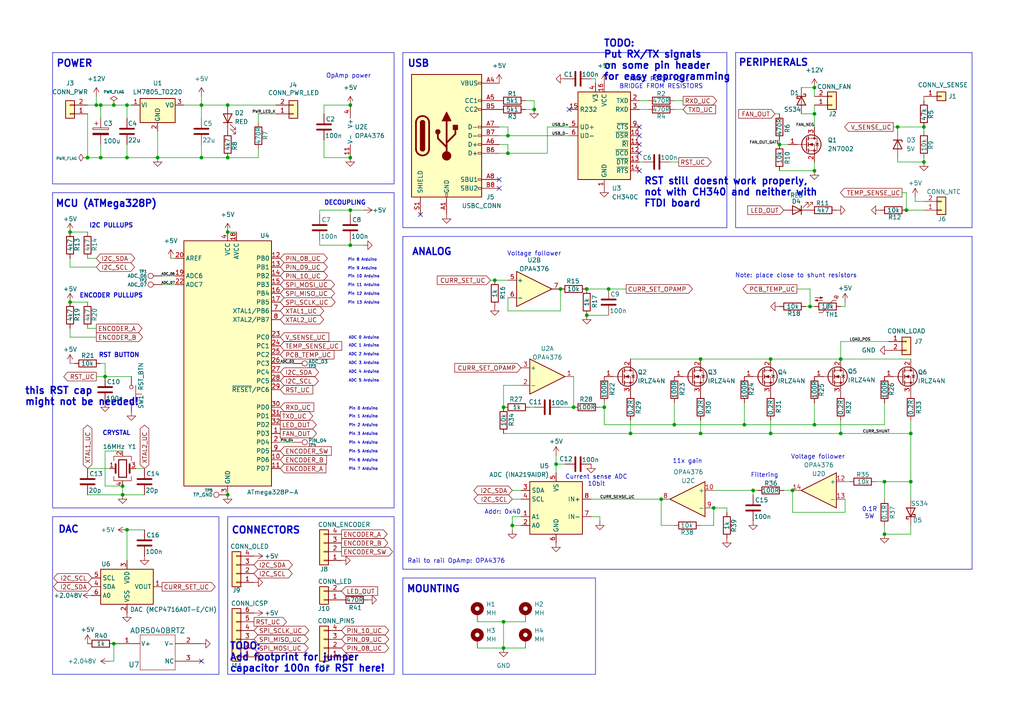
<source format=kicad_sch>
(kicad_sch (version 20250114) (generator "eeschema") (generator_version "9.0")
  (paper "A4")
  (title_block (title "DC Programmable Load") (date "2024-04-29") (rev "v2.0") (company "Aleksa Heler") (comment 1 "aleksaheler@gmail.com"))
  (rectangle (start 116.84 15.24) (end 210.82 66.04))
  (rectangle (start 15.24 55.88) (end 114.3 147.32))
  (rectangle (start 116.84 167.64) (end 172.72 195.58))
  (rectangle (start 116.84 68.58) (end 281.94 165.1))
  (rectangle (start 213.36 15.24) (end 281.94 66.04))
  (rectangle (start 15.24 15.24) (end 114.3 53.34))
  (rectangle (start 15.24 149.86) (end 63.5 195.58))
  (rectangle (start 66.04 149.86) (end 114.3 195.58))
  (text "DAC" (at 16.764 153.67 0) (effects (font (size 2 2) (thickness 0.4) (bold yes)) (justify left)))
  (text "Pin 12 Arduino" (at 100.838 85.344 0) (effects (font (size 0.8 0.8)) (justify left)))
  (text "ANALOG" (at 119.38 73.152 0) (effects (font (size 2 2) (thickness 0.4) (bold yes)) (justify left)))
  (text "Pin 10 Arduino" (at 100.838 80.264 0) (effects (font (size 0.8 0.8)) (justify left)))
  (text "ENCODER PULLUPS" (at 32.258 85.852 0) (effects (font (size 1.27 1.27) (thickness 0.254) (bold yes))))
  (text "POWER" (at 16.256 18.542 0) (effects (font (size 2 2) (thickness 0.4) (bold yes)) (justify left)))
  (text "Rail to rail OpAmp: OPA4376" (at 132.334 162.814 0) (effects (font (size 1.27 1.27))))
  (text "Pin 0 Arduino" (at 101.092 118.618 0) (effects (font (size 0.8 0.8)) (justify left)))
  (text "OpAmp power" (at 101.092 22.098 0) (effects (font (size 1.27 1.27))))
  (text "Pin 8 Arduino" (at 100.838 75.438 0) (effects (font (size 0.8 0.8)) (justify left)))
  (text "DECOUPLING" (at 100.076 58.928 0) (effects (font (size 1.27 1.27) (thickness 0.254) (bold yes))))
  (text "RST still doesnt work properly,\nnot with CH340 and neither with\nFTDI board" (at 186.69 55.88 0) (effects (font (size 2 2) (thickness 0.4) (bold yes)) (justify left)))
  (text "I2C PULLUPS" (at 32.258 65.532 0) (effects (font (size 1.27 1.27) (thickness 0.254) (bold yes))))
  (text "Pin 2 Arduino" (at 101.092 123.444 0) (effects (font (size 0.8 0.8)) (justify left)))
  (text "Voltage follower" (at 154.94 73.66 0) (effects (font (size 1.27 1.27))))
  (text "Pin 13 Arduino" (at 100.838 87.884 0) (effects (font (size 0.8 0.8)) (justify left)))
  (text "Current sense ADC\n10bit" (at 172.974 139.446 0) (effects (font (size 1.27 1.27))))
  (text "CRYSTAL" (at 33.782 125.73 0) (effects (font (size 1.27 1.27) (thickness 0.254) (bold yes))))
  (text "Pin 7 Arduino" (at 101.092 136.144 0) (effects (font (size 0.8 0.8)) (justify left)))
  (text "Pin 4 Arduino" (at 101.092 128.524 0) (effects (font (size 0.8 0.8)) (justify left)))
  (text "ADC 1 Arduino" (at 101.092 100.33 0) (effects (font (size 0.8 0.8)) (justify left)))
  (text "MAKE POKA-YOKE \nBRIDGE FROM RESISTORS" (at 191.77 24.13 0) (effects (font (size 1.27 1.27))))
  (text "USB" (at 118.11 18.542 0) (effects (font (size 2 2) (thickness 0.4) (bold yes)) (justify left)))
  (text "ADC 4 Arduino" (at 101.092 107.95 0) (effects (font (size 0.8 0.8)) (justify left)))
  (text "ADC 0 Arduino" (at 101.092 98.044 0) (effects (font (size 0.8 0.8)) (justify left)))
  (text "this RST cap \nmight not be needed!" (at 7.112 115.062 0) (effects (font (size 2 2) (thickness 0.4) (bold yes)) (justify left)))
  (text "CONNECTORS" (at 67.056 153.924 0) (effects (font (size 2 2) (thickness 0.4) (bold yes)) (justify left)))
  (text "PERIPHERALS" (at 214.122 18.288 0) (effects (font (size 2 2) (thickness 0.4) (bold yes)) (justify left)))
  (text "ADC 3 Arduino" (at 101.092 105.41 0) (effects (font (size 0.8 0.8)) (justify left)))
  (text "Pin 9 Arduino" (at 100.838 77.978 0) (effects (font (size 0.8 0.8)) (justify left)))
  (text "Addr: 0x40" (at 145.796 148.59 0) (effects (font (size 1.27 1.27))))
  (text "ADC 5 Arduino" (at 101.092 110.49 0) (effects (font (size 0.8 0.8)) (justify left)))
  (text "Filtering" (at 221.742 137.922 0) (effects (font (size 1.27 1.27))))
  (text "ADC 2 Arduino" (at 101.092 102.87 0) (effects (font (size 0.8 0.8)) (justify left)))
  (text "Voltage follower" (at 237.236 132.588 0) (effects (font (size 1.27 1.27))))
  (text "RST BUTTON" (at 34.544 103.124 0) (effects (font (size 1.27 1.27) (thickness 0.254) (bold yes))))
  (text "MOUNTING" (at 117.856 170.942 0) (effects (font (size 2 2) (thickness 0.4) (bold yes)) (justify left)))
  (text "0.1R\n5W" (at 252.222 148.844 0) (effects (font (size 1.27 1.27))))
  (text "TODO:\nPut RX/TX signals\non some pin header\nfor easy reprogramming" (at 175.006 17.526 0) (effects (font (size 2 2) (thickness 0.4) (bold yes)) (justify left)))
  (text "Pin 11 Arduino" (at 100.838 82.804 0) (effects (font (size 0.8 0.8)) (justify left)))
  (text "Note: place close to shunt resistors" (at 230.886 80.01 0) (effects (font (size 1.27 1.27))))
  (text "MCU (ATMega328P)" (at 16.002 59.182 0) (effects (font (size 2 2) (thickness 0.4) (bold yes)) (justify left)))
  (text "Pin 1 Arduino" (at 101.092 120.904 0) (effects (font (size 0.8 0.8)) (justify left)))
  (text "Pin 3 Arduino" (at 101.092 125.984 0) (effects (font (size 0.8 0.8)) (justify left)))
  (text "TODO:\nAdd footprint for jumper \ncapacitor 100n for RST here!" (at 66.548 190.754 0) (effects (font (size 2 2) (thickness 0.4) (bold yes)) (justify left)))
  (text "Pin 6 Arduino" (at 101.092 133.604 0) (effects (font (size 0.8 0.8)) (justify left)))
  (text "Pin 5 Arduino" (at 101.092 131.064 0) (effects (font (size 0.8 0.8)) (justify left)))
  (text "11x gain" (at 199.39 133.858 0) (effects (font (size 1.27 1.27))))
  (junction (at 36.83 153.67))
  (junction (at 101.6 60.96))
  (junction (at 58.42 30.48))
  (junction (at 236.22 25.4))
  (junction (at 175.26 118.11))
  (junction (at 260.35 36.83))
  (junction (at 148.59 152.4))
  (junction (at 101.6 71.12))
  (junction (at 203.2 104.14))
  (junction (at 35.56 143.51))
  (junction (at 166.37 118.11))
  (junction (at 154.94 31.75))
  (junction (at 146.05 180.34))
  (junction (at 147.32 44.45))
  (junction (at 262.89 60.96))
  (junction (at 256.54 154.94))
  (junction (at 243.84 125.73))
  (junction (at 143.51 81.28))
  (junction (at 267.97 36.83))
  (junction (at 29.21 30.48))
  (junction (at 236.22 123.19))
  (junction (at 195.58 123.19))
  (junction (at 66.04 67.31))
  (junction (at 30.48 109.22))
  (junction (at 170.18 91.44))
  (junction (at 207.01 147.32))
  (junction (at 101.6 30.48))
  (junction (at 236.22 33.02))
  (junction (at 215.9 123.19))
  (junction (at 170.18 83.82))
  (junction (at 203.2 125.73))
  (junction (at 45.72 45.72))
  (junction (at 218.44 142.24))
  (junction (at 267.97 46.99))
  (junction (at 147.32 39.37))
  (junction (at 182.88 125.73))
  (junction (at 36.83 45.72))
  (junction (at 33.02 30.48))
  (junction (at 146.05 187.96))
  (junction (at 66.04 45.72))
  (junction (at 20.32 67.31))
  (junction (at 36.83 30.48))
  (junction (at 66.04 143.51))
  (junction (at 264.16 139.7))
  (junction (at 223.52 104.14))
  (junction (at 256.54 139.7))
  (junction (at 101.6 45.72))
  (junction (at 66.04 30.48))
  (junction (at 35.56 140.97))
  (junction (at 25.4 45.72))
  (junction (at 236.22 49.53))
  (junction (at 33.02 186.69))
  (junction (at 226.06 41.91))
  (junction (at 223.52 125.73))
  (junction (at 58.42 45.72))
  (junction (at 161.29 134.62))
  (junction (at 162.56 83.82))
  (junction (at 229.87 142.24))
  (junction (at 146.05 118.11))
  (junction (at 264.16 125.73))
  (junction (at 29.21 45.72))
  (junction (at 27.94 30.48))
  (junction (at 243.84 104.14))
  (junction (at 191.77 144.78))
  (junction (at 176.53 83.82))
  (junction (at 20.32 87.63))
  (junction (at 234.95 88.9))
  (no_connect (at 58.42 191.77))
  (no_connect (at 121.92 62.23))
  (no_connect (at 185.42 36.83))
  (no_connect (at 165.1 31.75))
  (no_connect (at 185.42 41.91))
  (no_connect (at 144.78 54.61))
  (no_connect (at 144.78 52.07))
  (no_connect (at 185.42 49.53))
  (no_connect (at 185.42 39.37))
  (no_connect (at 185.42 44.45))
  (wire (pts (xy 148.59 153.67) (xy 148.59 152.4)))
  (wire (pts (xy 195.58 123.19) (xy 215.9 123.19)))
  (wire (pts (xy 203.2 121.92) (xy 203.2 125.73)))
  (wire (pts (xy 27.94 109.22) (xy 30.48 109.22)))
  (wire (pts (xy 36.83 41.91) (xy 36.83 45.72)))
  (wire (pts (xy 101.6 71.12) (xy 105.41 71.12)))
  (wire (pts (xy 33.02 30.48) (xy 36.83 30.48)))
  (wire (pts (xy 74.93 43.18) (xy 74.93 45.72)))
  (wire (pts (xy 218.44 142.24) (xy 219.71 142.24)))
  (wire (pts (xy 152.4 29.21) (xy 154.94 29.21)))
  (wire (pts (xy 144.78 41.91) (xy 147.32 41.91)))
  (wire (pts (xy 35.56 143.51) (xy 25.4 143.51)))
  (wire (pts (xy 256.54 139.7) (xy 264.16 139.7)))
  (wire (pts (xy 236.22 25.4) (xy 236.22 27.94)))
  (wire (pts (xy 93.98 45.72) (xy 101.6 45.72)))
  (wire (pts (xy 153.67 118.11) (xy 154.94 118.11)))
  (wire (pts (xy 173.99 149.86) (xy 171.45 149.86)))
  (wire (pts (xy 267.97 36.83) (xy 267.97 38.1)))
  (wire (pts (xy 144.78 39.37) (xy 147.32 39.37)))
  (wire (pts (xy 243.84 121.92) (xy 243.84 125.73)))
  (wire (pts (xy 176.53 83.82) (xy 181.61 83.82)))
  (wire (pts (xy 163.83 134.62) (xy 161.29 134.62)))
  (wire (pts (xy 182.88 104.14) (xy 203.2 104.14)))
  (wire (pts (xy 191.77 144.78) (xy 191.77 152.4)))
  (wire (pts (xy 20.32 97.79) (xy 20.32 95.25)))
  (wire (pts (xy 267.97 58.42) (xy 265.43 58.42)))
  (wire (pts (xy 175.26 118.11) (xy 175.26 116.84)))
  (wire (pts (xy 223.52 125.73) (xy 243.84 125.73)))
  (wire (pts (xy 20.32 87.63) (xy 25.4 87.63)))
  (wire (pts (xy 151.13 144.78) (xy 148.59 144.78)))
  (wire (pts (xy 267.97 46.99) (xy 267.97 45.72)))
  (wire (pts (xy 261.62 55.88) (xy 262.89 55.88)))
  (wire (pts (xy 256.54 123.19) (xy 236.22 123.19)))
  (wire (pts (xy 74.93 35.56) (xy 74.93 33.02)))
  (wire (pts (xy 223.52 125.73) (xy 223.52 121.92)))
  (wire (pts (xy 215.9 116.84) (xy 215.9 123.19)))
  (wire (pts (xy 232.41 33.02) (xy 236.22 33.02)))
  (wire (pts (xy 243.84 99.06) (xy 243.84 104.14)))
  (wire (pts (xy 171.45 22.86) (xy 172.72 22.86)))
  (wire (pts (xy 36.83 153.67) (xy 36.83 162.56)))
  (wire (pts (xy 30.48 105.41) (xy 30.48 109.22)))
  (wire (pts (xy 264.16 125.73) (xy 264.16 121.92)))
  (wire (pts (xy 25.4 33.02) (xy 25.4 45.72)))
  (wire (pts (xy 218.44 142.24) (xy 218.44 143.51)))
  (wire (pts (xy 27.94 27.94) (xy 27.94 30.48)))
  (wire (pts (xy 58.42 41.91) (xy 58.42 45.72)))
  (wire (pts (xy 101.6 60.96) (xy 101.6 62.23)))
  (wire (pts (xy 147.32 39.37) (xy 165.1 39.37)))
  (wire (pts (xy 246.38 139.7) (xy 245.11 139.7)))
  (wire (pts (xy 146.05 111.76) (xy 146.05 118.11)))
  (wire (pts (xy 147.32 44.45) (xy 158.75 44.45)))
  (wire (pts (xy 207.01 142.24) (xy 218.44 142.24)))
  (wire (pts (xy 245.11 148.59) (xy 245.11 144.78)))
  (wire (pts (xy 236.22 46.99) (xy 236.22 49.53)))
  (wire (pts (xy 170.18 83.82) (xy 176.53 83.82)))
  (wire (pts (xy 264.16 125.73) (xy 264.16 139.7)))
  (wire (pts (xy 30.48 130.81) (xy 30.48 140.97)))
  (wire (pts (xy 29.21 45.72) (xy 36.83 45.72)))
  (wire (pts (xy 262.89 55.88) (xy 262.89 60.96)))
  (wire (pts (xy 92.71 62.23) (xy 92.71 60.96)))
  (wire (pts (xy 264.16 154.94) (xy 256.54 154.94)))
  (wire (pts (xy 148.59 152.4) (xy 151.13 152.4)))
  (wire (pts (xy 234.95 83.82) (xy 234.95 88.9)))
  (wire (pts (xy 243.84 104.14) (xy 264.16 104.14)))
  (wire (pts (xy 35.56 130.81) (xy 30.48 130.81)))
  (wire (pts (xy 93.98 33.02) (xy 93.98 30.48)))
  (wire (pts (xy 215.9 123.19) (xy 236.22 123.19)))
  (wire (pts (xy 33.02 186.69) (xy 33.02 191.77)))
  (wire (pts (xy 170.18 91.44) (xy 176.53 91.44)))
  (wire (pts (xy 92.71 60.96) (xy 101.6 60.96)))
  (wire (pts (xy 46.99 82.55) (xy 50.8 82.55)))
  (wire (pts (xy 158.75 44.45) (xy 158.75 36.83)))
  (wire (pts (xy 227.33 142.24) (xy 229.87 142.24)))
  (wire (pts (xy 146.05 125.73) (xy 182.88 125.73)))
  (wire (pts (xy 20.32 77.47) (xy 20.32 74.93)))
  (wire (pts (xy 203.2 125.73) (xy 223.52 125.73)))
  (wire (pts (xy 58.42 27.94) (xy 58.42 30.48)))
  (wire (pts (xy 264.16 125.73) (xy 243.84 125.73)))
  (wire (pts (xy 162.56 90.17) (xy 162.56 83.82)))
  (wire (pts (xy 58.42 45.72) (xy 66.04 45.72)))
  (wire (pts (xy 45.72 45.72) (xy 58.42 45.72)))
  (wire (pts (xy 173.99 151.13) (xy 173.99 149.86)))
  (wire (pts (xy 162.56 118.11) (xy 166.37 118.11)))
  (wire (pts (xy 36.83 30.48) (xy 36.83 34.29)))
  (wire (pts (xy 236.22 30.48) (xy 236.22 33.02)))
  (wire (pts (xy 147.32 90.17) (xy 162.56 90.17)))
  (wire (pts (xy 231.14 83.82) (xy 234.95 83.82)))
  (wire (pts (xy 182.88 125.73) (xy 203.2 125.73)))
  (wire (pts (xy 236.22 123.19) (xy 236.22 116.84)))
  (wire (pts (xy 27.94 30.48) (xy 29.21 30.48)))
  (wire (pts (xy 229.87 142.24) (xy 229.87 148.59)))
  (wire (pts (xy 264.16 152.4) (xy 264.16 154.94)))
  (wire (pts (xy 264.16 139.7) (xy 264.16 144.78)))
  (wire (pts (xy 229.87 148.59) (xy 245.11 148.59)))
  (wire (pts (xy 27.94 97.79) (xy 20.32 97.79)))
  (wire (pts (xy 146.05 180.34) (xy 146.05 187.96)))
  (wire (pts (xy 49.53 74.93) (xy 50.8 74.93)))
  (wire (pts (xy 195.58 31.75) (xy 198.12 31.75)))
  (wire (pts (xy 151.13 149.86) (xy 148.59 149.86)))
  (wire (pts (xy 74.93 33.02) (xy 80.01 33.02)))
  (wire (pts (xy 25.4 74.93) (xy 27.94 74.93)))
  (wire (pts (xy 245.11 88.9) (xy 243.84 88.9)))
  (wire (pts (xy 260.35 46.99) (xy 260.35 45.72)))
  (wire (pts (xy 143.51 81.28) (xy 147.32 81.28)))
  (wire (pts (xy 20.32 67.31) (xy 25.4 67.31)))
  (wire (pts (xy 27.94 77.47) (xy 20.32 77.47)))
  (wire (pts (xy 265.43 58.42) (xy 265.43 57.15)))
  (wire (pts (xy 35.56 140.97) (xy 35.56 143.51)))
  (wire (pts (xy 85.09 128.27) (xy 81.28 128.27)))
  (wire (pts (xy 36.83 153.67) (xy 41.91 153.67)))
  (wire (pts (xy 203.2 104.14) (xy 223.52 104.14)))
  (wire (pts (xy 196.85 46.99) (xy 194.31 46.99)))
  (wire (pts (xy 92.71 71.12) (xy 101.6 71.12)))
  (wire (pts (xy 161.29 134.62) (xy 161.29 137.16)))
  (wire (pts (xy 158.75 36.83) (xy 165.1 36.83)))
  (wire (pts (xy 138.43 187.96) (xy 146.05 187.96)))
  (wire (pts (xy 236.22 33.02) (xy 236.22 36.83)))
  (wire (pts (xy 144.78 36.83) (xy 147.32 36.83)))
  (wire (pts (xy 207.01 152.4) (xy 207.01 147.32)))
  (wire (pts (xy 185.42 29.21) (xy 187.96 29.21)))
  (wire (pts (xy 203.2 152.4) (xy 207.01 152.4)))
  (wire (pts (xy 175.26 123.19) (xy 175.26 118.11)))
  (wire (pts (xy 30.48 109.22) (xy 38.1 109.22)))
  (wire (pts (xy 147.32 36.83) (xy 147.32 39.37)))
  (wire (pts (xy 45.72 38.1) (xy 45.72 45.72)))
  (wire (pts (xy 29.21 30.48) (xy 33.02 30.48)))
  (wire (pts (xy 53.34 30.48) (xy 58.42 30.48)))
  (wire (pts (xy 172.72 22.86) (xy 172.72 24.13)))
  (wire (pts (xy 210.82 147.32) (xy 210.82 148.59)))
  (wire (pts (xy 161.29 132.08) (xy 161.29 134.62)))
  (wire (pts (xy 20.32 105.41) (xy 21.59 105.41)))
  (wire (pts (xy 138.43 180.34) (xy 146.05 180.34)))
  (wire (pts (xy 147.32 41.91) (xy 147.32 44.45)))
  (wire (pts (xy 36.83 45.72) (xy 45.72 45.72)))
  (wire (pts (xy 46.99 80.01) (xy 50.8 80.01)))
  (wire (pts (xy 144.78 44.45) (xy 147.32 44.45)))
  (wire (pts (xy 147.32 86.36) (xy 147.32 90.17)))
  (wire (pts (xy 223.52 104.14) (xy 243.84 104.14)))
  (wire (pts (xy 101.6 69.85) (xy 101.6 71.12)))
  (wire (pts (xy 262.89 60.96) (xy 267.97 60.96)))
  (wire (pts (xy 171.45 144.78) (xy 191.77 144.78)))
  (wire (pts (xy 256.54 144.78) (xy 256.54 139.7)))
  (wire (pts (xy 182.88 121.92) (xy 182.88 125.73)))
  (wire (pts (xy 191.77 152.4) (xy 195.58 152.4)))
  (wire (pts (xy 25.4 30.48) (xy 27.94 30.48)))
  (wire (pts (xy 245.11 87.63) (xy 245.11 88.9)))
  (wire (pts (xy 151.13 142.24) (xy 148.59 142.24)))
  (wire (pts (xy 30.48 140.97) (xy 35.56 140.97)))
  (wire (pts (xy 36.83 30.48) (xy 38.1 30.48)))
  (wire (pts (xy 29.21 105.41) (xy 30.48 105.41)))
  (wire (pts (xy 173.99 118.11) (xy 175.26 118.11)))
  (wire (pts (xy 195.58 29.21) (xy 198.12 29.21)))
  (wire (pts (xy 175.26 123.19) (xy 195.58 123.19)))
  (wire (pts (xy 195.58 123.19) (xy 195.58 116.84)))
  (wire (pts (xy 31.75 135.89) (xy 25.4 135.89)))
  (wire (pts (xy 152.4 31.75) (xy 154.94 31.75)))
  (wire (pts (xy 92.71 69.85) (xy 92.71 71.12)))
  (wire (pts (xy 207.01 147.32) (xy 210.82 147.32)))
  (wire (pts (xy 259.08 36.83) (xy 260.35 36.83)))
  (wire (pts (xy 41.91 143.51) (xy 35.56 143.51)))
  (wire (pts (xy 232.41 25.4) (xy 236.22 25.4)))
  (wire (pts (xy 39.37 135.89) (xy 41.91 135.89)))
  (wire (pts (xy 152.4 180.34) (xy 146.05 180.34)))
  (wire (pts (xy 29.21 41.91) (xy 29.21 45.72)))
  (wire (pts (xy 234.95 88.9) (xy 236.22 88.9)))
  (wire (pts (xy 185.42 31.75) (xy 187.96 31.75)))
  (wire (pts (xy 66.04 67.31) (xy 68.58 67.31)))
  (wire (pts (xy 146.05 111.76) (xy 151.13 111.76)))
  (wire (pts (xy 256.54 139.7) (xy 254 139.7)))
  (wire (pts (xy 226.06 40.64) (xy 226.06 41.91)))
  (wire (pts (xy 142.24 81.28) (xy 143.51 81.28)))
  (wire (pts (xy 226.06 41.91) (xy 228.6 41.91)))
  (wire (pts (xy 233.68 88.9) (xy 234.95 88.9)))
  (wire (pts (xy 226.06 49.53) (xy 236.22 49.53)))
  (wire (pts (xy 85.09 105.41) (xy 81.28 105.41)))
  (wire (pts (xy 152.4 187.96) (xy 146.05 187.96)))
  (wire (pts (xy 186.69 46.99) (xy 185.42 46.99)))
  (wire (pts (xy 260.35 36.83) (xy 267.97 36.83)))
  (wire (pts (xy 154.94 31.75) (xy 154.94 29.21)))
  (wire (pts (xy 93.98 30.48) (xy 101.6 30.48)))
  (wire (pts (xy 58.42 30.48) (xy 66.04 30.48)))
  (wire (pts (xy 260.35 46.99) (xy 267.97 46.99)))
  (wire (pts (xy 256.54 116.84) (xy 256.54 123.19)))
  (wire (pts (xy 224.79 33.02) (xy 226.06 33.02)))
  (wire (pts (xy 25.4 95.25) (xy 27.94 95.25)))
  (wire (pts (xy 31.75 191.77) (xy 33.02 191.77)))
  (wire (pts (xy 260.35 36.83) (xy 260.35 38.1)))
  (wire (pts (xy 66.04 30.48) (xy 80.01 30.48)))
  (wire (pts (xy 66.04 45.72) (xy 74.93 45.72)))
  (wire (pts (xy 256.54 154.94) (xy 256.54 152.4)))
  (wire (pts (xy 58.42 30.48) (xy 58.42 34.29)))
  (wire (pts (xy 267.97 27.94) (xy 267.97 29.21)))
  (wire (pts (xy 25.4 45.72) (xy 29.21 45.72)))
  (wire (pts (xy 257.81 99.06) (xy 243.84 99.06)))
  (wire (pts (xy 29.21 30.48) (xy 29.21 34.29)))
  (wire (pts (xy 148.59 149.86) (xy 148.59 152.4)))
  (wire (pts (xy 105.41 60.96) (xy 101.6 60.96)))
  (wire (pts (xy 166.37 118.11) (xy 166.37 109.22)))
  (wire (pts (xy 93.98 40.64) (xy 93.98 45.72)))
  (label "USB_D-" (at 160.02 39.37 0) (effects (font (size 0.8 0.8))))
  (label "USB_D+" (at 160.02 36.83 0) (effects (font (size 0.8 0.8))))
  (label "CURR_SENSE_UC" (at 173.99 144.78 0) (effects (font (size 0.8 0.8))))
  (label "PIN_04" (at 81.28 128.27 0) (effects (font (size 0.7 0.7))))
  (label "CURR_SHUNT" (at 250.19 125.73 0) (effects (font (size 0.8 0.8))))
  (label "ADC_03" (at 81.28 105.41 0) (effects (font (size 0.7 0.7))))
  (label "ADC_07" (at 50.8 82.55 180) (effects (font (size 0.7 0.7))))
  (label "ADC_06" (at 50.8 80.01 180) (effects (font (size 0.7 0.7))))
  (label "FAN_NEG" (at 236.22 36.83 180) (effects (font (size 0.8 0.8))))
  (label "FAN_OUT_GATE" (at 226.06 41.91 180) (effects (font (size 0.8 0.8))))
  (label "LOAD_POS" (at 246.38 99.06 0) (effects (font (size 0.8 0.8))))
  (label "PWR_LED_K" (at 80.01 33.02 180) (effects (font (size 0.8 0.8))))
  (global_label "FAN_OUT" (shape input) (at 224.79 33.02 180) (property "Intersheetrefs" "${INTERSHEET_REFS}" (effects (hide yes))))
  (global_label "CURR_SET_UC" (shape output) (at 46.99 170.18 0) (property "Intersheetrefs" "${INTERSHEET_REFS}" (effects (hide yes))))
  (global_label "TXD_UC" (shape input) (at 198.12 31.75 0) (property "Intersheetrefs" "${INTERSHEET_REFS}" (effects (hide yes))))
  (global_label "RST_UC" (shape output) (at 73.66 180.34 0) (property "Intersheetrefs" "${INTERSHEET_REFS}" (effects (hide yes))))
  (global_label "I2C_SDA" (shape bidirectional) (at 148.59 142.24 180) (property "Intersheetrefs" "${INTERSHEET_REFS}" (effects (hide yes))))
  (global_label "FAN_OUT" (shape output) (at 81.28 125.73 0) (property "Intersheetrefs" "${INTERSHEET_REFS}" (effects (hide yes))))
  (global_label "PIN_09_UC" (shape bidirectional) (at 81.28 77.47 0) (property "Intersheetrefs" "${INTERSHEET_REFS}" (effects (hide yes))))
  (global_label "PIN_09_UC" (shape bidirectional) (at 99.06 185.42 0) (property "Intersheetrefs" "${INTERSHEET_REFS}" (effects (hide yes))))
  (global_label "RXD_UC" (shape input) (at 81.28 118.11 0) (property "Intersheetrefs" "${INTERSHEET_REFS}" (effects (hide yes))))
  (global_label "I2C_SCL" (shape bidirectional) (at 27.94 77.47 0) (property "Intersheetrefs" "${INTERSHEET_REFS}" (effects (hide yes))))
  (global_label "I2C_SDA" (shape bidirectional) (at 81.28 107.95 0) (property "Intersheetrefs" "${INTERSHEET_REFS}" (effects (hide yes))))
  (global_label "RST_UC" (shape output) (at 27.94 109.22 180) (property "Intersheetrefs" "${INTERSHEET_REFS}" (effects (hide yes))))
  (global_label "I2C_SCL" (shape bidirectional) (at 81.28 110.49 0) (property "Intersheetrefs" "${INTERSHEET_REFS}" (effects (hide yes))))
  (global_label "PIN_08_UC" (shape bidirectional) (at 99.06 187.96 0) (property "Intersheetrefs" "${INTERSHEET_REFS}" (effects (hide yes))))
  (global_label "SPI_MOSI_UC" (shape bidirectional) (at 81.28 82.55 0) (property "Intersheetrefs" "${INTERSHEET_REFS}" (effects (hide yes))))
  (global_label "XTAL1_UC" (shape bidirectional) (at 81.28 90.17 0) (property "Intersheetrefs" "${INTERSHEET_REFS}" (effects (hide yes))))
  (global_label "SPI_MISO_UC" (shape bidirectional) (at 73.66 185.42 0) (property "Intersheetrefs" "${INTERSHEET_REFS}" (effects (hide yes))))
  (global_label "XTAL2_UC" (shape bidirectional) (at 81.28 92.71 0) (property "Intersheetrefs" "${INTERSHEET_REFS}" (effects (hide yes))))
  (global_label "RST_UC" (shape output) (at 196.85 46.99 0) (property "Intersheetrefs" "${INTERSHEET_REFS}" (effects (hide yes))))
  (global_label "PIN_10_UC" (shape bidirectional) (at 99.06 182.88 0) (property "Intersheetrefs" "${INTERSHEET_REFS}" (effects (hide yes))))
  (global_label "RXD_UC" (shape output) (at 198.12 29.21 0) (property "Intersheetrefs" "${INTERSHEET_REFS}" (effects (hide yes))))
  (global_label "I2C_SCL" (shape bidirectional) (at 73.66 166.37 0) (property "Intersheetrefs" "${INTERSHEET_REFS}" (effects (hide yes))))
  (global_label "TXD_UC" (shape output) (at 81.28 120.65 0) (property "Intersheetrefs" "${INTERSHEET_REFS}" (effects (hide yes))))
  (global_label "SPI_MISO_UC" (shape bidirectional) (at 81.28 85.09 0) (property "Intersheetrefs" "${INTERSHEET_REFS}" (effects (hide yes))))
  (global_label "ENCODER_SW" (shape output) (at 99.06 160.02 0) (property "Intersheetrefs" "${INTERSHEET_REFS}" (effects (hide yes))))
  (global_label "I2C_SDA" (shape bidirectional) (at 73.66 163.83 0) (property "Intersheetrefs" "${INTERSHEET_REFS}" (effects (hide yes))))
  (global_label "CURR_SET_UC" (shape input) (at 142.24 81.28 180) (property "Intersheetrefs" "${INTERSHEET_REFS}" (effects (hide yes))))
  (global_label "ENCODER_B" (shape output) (at 99.06 157.48 0) (property "Intersheetrefs" "${INTERSHEET_REFS}" (effects (hide yes))))
  (global_label "I2C_SDA" (shape bidirectional) (at 27.94 74.93 0) (property "Intersheetrefs" "${INTERSHEET_REFS}" (effects (hide yes))))
  (global_label "V_SENSE_UC" (shape output) (at 259.08 36.83 180) (property "Intersheetrefs" "${INTERSHEET_REFS}" (effects (hide yes))))
  (global_label "ENCODER_A" (shape output) (at 27.94 95.25 0) (property "Intersheetrefs" "${INTERSHEET_REFS}" (effects (hide yes))))
  (global_label "ENCODER_A" (shape output) (at 99.06 154.94 0) (property "Intersheetrefs" "${INTERSHEET_REFS}" (effects (hide yes))))
  (global_label "I2C_SCL" (shape bidirectional) (at 26.67 167.64 180) (property "Intersheetrefs" "${INTERSHEET_REFS}" (effects (hide yes))))
  (global_label "TEMP_SENSE_UC" (shape output) (at 261.62 55.88 180) (property "Intersheetrefs" "${INTERSHEET_REFS}" (effects (hide yes))))
  (global_label "ENCODER_SW" (shape input) (at 81.28 130.81 0) (property "Intersheetrefs" "${INTERSHEET_REFS}" (effects (hide yes))))
  (global_label "XTAL1_UC" (shape bidirectional) (at 25.4 135.89 90) (property "Intersheetrefs" "${INTERSHEET_REFS}" (effects (hide yes))))
  (global_label "TEMP_SENSE_UC" (shape input) (at 81.28 100.33 0) (property "Intersheetrefs" "${INTERSHEET_REFS}" (effects (hide yes))))
  (global_label "PCB_TEMP_UC" (shape output) (at 231.14 83.82 180) (property "Intersheetrefs" "${INTERSHEET_REFS}" (effects (hide yes))))
  (global_label "I2C_SDA" (shape bidirectional) (at 26.67 170.18 180) (property "Intersheetrefs" "${INTERSHEET_REFS}" (effects (hide yes))))
  (global_label "XTAL2_UC" (shape bidirectional) (at 41.91 135.89 90) (property "Intersheetrefs" "${INTERSHEET_REFS}" (effects (hide yes))))
  (global_label "ENCODER_A" (shape input) (at 81.28 135.89 0) (property "Intersheetrefs" "${INTERSHEET_REFS}" (effects (hide yes))))
  (global_label "V_SENSE_UC" (shape input) (at 81.28 97.79 0) (property "Intersheetrefs" "${INTERSHEET_REFS}" (effects (hide yes))))
  (global_label "RST_UC" (shape input) (at 81.28 113.03 0) (property "Intersheetrefs" "${INTERSHEET_REFS}" (effects (hide yes))))
  (global_label "LED_OUT" (shape output) (at 81.28 123.19 0) (property "Intersheetrefs" "${INTERSHEET_REFS}" (effects (hide yes))))
  (global_label "CURR_SET_OPAMP" (shape input) (at 151.13 106.68 180) (property "Intersheetrefs" "${INTERSHEET_REFS}" (effects (hide yes))))
  (global_label "CURR_SET_OPAMP" (shape output) (at 181.61 83.82 0) (property "Intersheetrefs" "${INTERSHEET_REFS}" (effects (hide yes))))
  (global_label "SPI_MOSI_UC" (shape bidirectional) (at 73.66 187.96 0) (property "Intersheetrefs" "${INTERSHEET_REFS}" (effects (hide yes))))
  (global_label "SPI_SCLK_UC" (shape bidirectional) (at 81.28 87.63 0) (property "Intersheetrefs" "${INTERSHEET_REFS}" (effects (hide yes))))
  (global_label "PIN_08_UC" (shape bidirectional) (at 81.28 74.93 0) (property "Intersheetrefs" "${INTERSHEET_REFS}" (effects (hide yes))))
  (global_label "SPI_SCLK_UC" (shape bidirectional) (at 73.66 182.88 0) (property "Intersheetrefs" "${INTERSHEET_REFS}" (effects (hide yes))))
  (global_label "I2C_SCL" (shape bidirectional) (at 148.59 144.78 180) (property "Intersheetrefs" "${INTERSHEET_REFS}" (effects (hide yes))))
  (global_label "PCB_TEMP_UC" (shape input) (at 81.28 102.87 0) (property "Intersheetrefs" "${INTERSHEET_REFS}" (effects (hide yes))))
  (global_label "ENCODER_B" (shape output) (at 27.94 97.79 0) (property "Intersheetrefs" "${INTERSHEET_REFS}" (effects (hide yes))))
  (global_label "PIN_10_UC" (shape bidirectional) (at 81.28 80.01 0) (property "Intersheetrefs" "${INTERSHEET_REFS}" (effects (hide yes))))
  (global_label "ENCODER_B" (shape input) (at 81.28 133.35 0) (property "Intersheetrefs" "${INTERSHEET_REFS}" (effects (hide yes))))
  (global_label "LED_OUT" (shape input) (at 99.06 171.45 0) (property "Intersheetrefs" "${INTERSHEET_REFS}" (effects (hide yes))))
  (global_label "LED_OUT" (shape input) (at 227.33 60.96 180) (property "Intersheetrefs" "${INTERSHEET_REFS}" (effects (hide yes))))
  (symbol (lib_id "power:+5V") (at 105.41 60.96 270) (unit 1)
    (property "Reference" "#PWR015" (effects (hide yes)))
    (property "Value" "+5V" (at 107.95 60.96 90) (effects (justify left)))
  )
  (symbol (lib_id "Connector_Generic:Conn_01x04") (at 68.58 166.37 180) (unit 1)
    (property "Reference" "J9" (at 68.58 171.196 0))
    (property "Value" "CONN_OLED" (at 72.39 158.496 0))
    (property "Footprint" "Connector_PinHeader_2.54mm:PinHeader_1x04_P2.54mm_Vertical" (effects (hide yes)))
  )
  (symbol (lib_id "Device:C") (at 167.64 22.86 90) (unit 1)
    (property "Reference" "C1" (at 164.846 21.59 90))
    (property "Value" "100n" (at 171.196 21.59 90))
    (property "Footprint" "Capacitor_SMD:C_1206_3216Metric" (effects (hide yes)))
    (property "Description" "Unpolarized capacitor" (effects (hide yes)))
  )
  (symbol (lib_id "power:GND") (at 66.04 143.51 0) (unit 1)
    (property "Reference" "#PWR035" (effects (hide yes)))
    (property "Value" "GND" (effects (hide yes)))
  )
  (symbol (lib_id "power:+5V") (at 161.29 132.08 0) (mirror y) (unit 1)
    (property "Reference" "#PWR032" (effects (hide yes)))
    (property "Value" "+5V" (at 161.29 128.016 0))
  )
  (symbol (lib_id "Device:R") (at 267.97 33.02 180) (unit 1)
    (property "Reference" "R5" (at 270.002 34.544 90) (effects (justify right)))
    (property "Value" "47k" (at 267.97 35.052 90) (effects (justify right)))
    (property "Footprint" "Resistor_SMD:R_1206_3216Metric" (effects (hide yes)))
  )
  (symbol (lib_id "Device:R") (at 250.19 139.7 90) (unit 1)
    (property "Reference" "R35" (at 252.222 137.668 90) (effects (justify left)))
    (property "Value" "10k" (at 252.222 139.7 90) (effects (justify left)))
    (property "Footprint" "Resistor_SMD:R_1206_3216Metric" (effects (hide yes)))
  )
  (symbol (lib_id "Connector:TestPoint") (at 85.09 128.27 270) (unit 1)
    (property "Reference" "TP4" (at 89.408 129.032 90) (effects (font (size 0.8 0.8)) (justify left)))
    (property "Value" "PIN_04" (at 89.408 127.762 90) (effects (font (size 1 1)) (justify left)))
    (property "Footprint" "TestPoint:TestPoint_THTPad_1.5x1.5mm_Drill0.7mm" (effects (hide yes)))
    (property "Description" "test point" (effects (hide yes)))
  )
  (symbol (lib_id "power:GND") (at 73.66 190.5 90) (mirror x) (unit 1)
    (property "Reference" "#PWR054" (effects (hide yes)))
    (property "Value" "GND" (effects (hide yes)))
  )
  (symbol (lib_id "Device:R") (at 25.4 71.12 180) (unit 1)
    (property "Reference" "R14" (at 27.432 72.898 90) (effects (justify right)))
    (property "Value" "4k7" (at 25.4 72.898 90) (effects (justify right)))
    (property "Footprint" "Resistor_SMD:R_1206_3216Metric" (effects (hide yes)))
  )
  (symbol (lib_id "Sensor_Energy:INA219AxD") (at 161.29 147.32 0) (mirror y) (unit 1)
    (property "Reference" "U5" (at 159.258 135.128 0) (effects (justify left)))
    (property "Value" "ADC (INA219AIDR)" (at 159.258 137.668 0) (effects (justify left)))
    (property "Footprint" "Package_SO:SOIC-8_3.9x4.9mm_P1.27mm" (effects (hide yes)))
    (property "Datasheet" "http://www.ti.com/lit/ds/symlink/ina219.pdf" (effects (hide yes)))
  )
  (symbol (lib_id "power:GND") (at 58.42 186.69 90) (unit 1)
    (property "Reference" "#PWR052" (effects (hide yes)))
    (property "Value" "GND" (effects (hide yes)))
  )
  (symbol (lib_id "power:+5V") (at 66.04 67.31 0) (unit 1)
    (property "Reference" "#PWR019" (effects (hide yes)))
    (property "Value" "+5V" (at 66.04 62.23 0))
  )
  (symbol (lib_id "power:+5V") (at 20.32 87.63 0) (unit 1)
    (property "Reference" "#PWR023" (effects (hide yes)))
    (property "Value" "+5V" (at 20.32 83.82 0))
  )
  (symbol (lib_id "Device:R") (at 259.08 60.96 270) (unit 1)
    (property "Reference" "R12" (at 257.556 62.992 90) (effects (justify left)))
    (property "Value" "10k" (at 257.302 60.96 90) (effects (justify left)))
    (property "Footprint" "Resistor_SMD:R_1206_3216Metric" (effects (hide yes)))
  )
  (symbol (lib_id "power:GND") (at 163.83 22.86 270) (unit 1)
    (property "Reference" "#PWR01" (effects (hide yes)))
    (property "Value" "GND" (effects (hide yes)))
  )
  (symbol (lib_id "Mechanical:MountingHole_Pad") (at 152.4 177.8 0) (unit 1)
    (property "Reference" "H2" (at 154.94 175.2599 0) (effects (justify left)))
    (property "Value" "MH" (at 154.94 177.7999 0) (effects (justify left)))
    (property "Footprint" "MountingHole:MountingHole_3.2mm_M3_Pad" (effects (hide yes)))
  )
  (symbol (lib_id "Device:C") (at 158.75 118.11 90) (unit 1)
    (property "Reference" "C11" (at 157.226 116.586 90) (effects (justify left)))
    (property "Value" "100n" (at 164.846 116.84 90) (effects (justify left)))
    (property "Footprint" "Capacitor_SMD:C_1206_3216Metric" (effects (hide yes)))
  )
  (symbol (lib_id "power:GND") (at 99.06 190.5 90) (unit 1)
    (property "Reference" "#PWR055" (effects (hide yes)))
    (property "Value" "GND" (effects (hide yes)))
  )
  (symbol (lib_id "Switch:SW_Push") (at 38.1 114.3 270) (unit 1)
    (property "Reference" "SW1" (at 40.894 118.618 0) (effects (justify right)))
    (property "Value" "RST_BTN" (at 40.894 113.284 0) (effects (justify right)))
    (property "Footprint" "Button_Switch_THT:SW_PUSH_6mm" (effects (hide yes)))
    (property "Description" "Push button switch, generic, two pins" (effects (hide yes)))
  )
  (symbol (lib_id "Device:R") (at 243.84 118.11 0) (unit 1)
    (property "Reference" "R32" (at 246.126 120.142 90) (effects (justify left)))
    (property "Value" "0.2R" (at 243.84 120.396 90) (effects (justify left)))
    (property "Footprint" "Resistor_SMD:R_1206_3216Metric" (effects (hide yes)))
  )
  (symbol (lib_id "power:GND") (at 267.97 46.99 0) (unit 1)
    (property "Reference" "#PWR011" (effects (hide yes)))
    (property "Value" "GND" (effects (hide yes)))
  )
  (symbol (lib_id "Device:R") (at 210.82 152.4 0) (unit 1)
    (property "Reference" "R39" (at 212.852 154.432 90) (effects (justify left)))
    (property "Value" "1k" (at 210.82 153.67 90) (effects (justify left)))
    (property "Footprint" "Resistor_SMD:R_1206_3216Metric" (effects (hide yes)))
  )
  (symbol (lib_id "Device:R") (at 102.87 173.99 270) (unit 1)
    (property "Reference" "R41" (at 101.092 176.276 90) (effects (justify left)))
    (property "Value" "470R" (at 100.33 173.99 90) (effects (justify left)))
    (property "Footprint" "Resistor_SMD:R_1206_3216Metric" (effects (hide yes)))
  )
  (symbol (lib_id "Transistor_FET:IRLZ44N") (at 180.34 109.22 0) (unit 1)
    (property "Reference" "Q2" (at 184.912 107.95 0) (effects (justify left)))
    (property "Value" "IRLZ44N" (at 184.912 110.49 0) (effects (justify left)))
    (property "Footprint" "Package_TO_SOT_THT:TO-220-3_Vertical" (effects (hide yes)))
    (property "Datasheet" "http://www.irf.com/product-info/datasheets/data/irlz44n.pdf" (effects (hide yes)))
  )
  (symbol (lib_id "Connector_Generic:Conn_01x01") (at 273.05 27.94 0) (unit 1)
    (property "Reference" "J1" (at 275.082 27.94 0) (effects (justify left)))
    (property "Value" "CONN_V_SENSE" (at 266.192 24.638 0) (effects (justify left)))
    (property "Footprint" "Connector_PinHeader_2.54mm:PinHeader_1x01_P2.54mm_Vertical" (effects (hide yes)))
    (property "Description" "Generic connector, single row, 01x01, script generated (kicad-library-utils/schlib/autogen/connector/)" (effects (hide yes)))
  )
  (symbol (lib_id "Connector_Generic:Conn_01x02") (at 93.98 173.99 180) (unit 1)
    (property "Reference" "J10" (at 95.758 176.53 0) (effects (justify left)))
    (property "Value" "CONN_LED" (at 102.108 168.656 0) (effects (justify left)))
    (property "Footprint" "Connector_PinHeader_2.54mm:PinHeader_1x02_P2.54mm_Vertical" (effects (hide yes)))
  )
  (symbol (lib_id "Amplifier_Operational:OPA4376") (at 237.49 142.24 0) (mirror y) (unit 4)
    (property "Reference" "U2" (at 237.49 137.414 0))
    (property "Value" "OPA4376" (at 237.49 134.874 0))
    (property "Footprint" "Package_SO:TSSOP-14_4.4x5mm_P0.65mm" (effects (hide yes)))
    (property "Datasheet" "http://www.ti.com/lit/ds/symlink/opa376.pdf" (effects (hide yes)))
    (property "Description" "Quad Low-Noise, Low Quiescent Current, Precision Operational Amplifier e-trim Series, SC-70-5" (effects (hide yes)))
  )
  (symbol (lib_id "Device:C") (at 167.64 134.62 90) (unit 1)
    (property "Reference" "C12" (at 166.116 133.096 90) (effects (justify left)))
    (property "Value" "100n" (at 173.736 133.35 90) (effects (justify left)))
    (property "Footprint" "Capacitor_SMD:C_1206_3216Metric" (effects (hide yes)))
  )
  (symbol (lib_id "Device:R") (at 149.86 118.11 90) (unit 1)
    (property "Reference" "R27" (at 151.638 115.824 90) (effects (justify left)))
    (property "Value" "1k" (at 151.13 118.11 90) (effects (justify left)))
    (property "Footprint" "Resistor_SMD:R_1206_3216Metric" (effects (hide yes)))
  )
  (symbol (lib_id "Device:R") (at 175.26 113.03 0) (unit 1)
    (property "Reference" "R22" (at 177.546 114.808 90) (effects (justify left)))
    (property "Value" "100R" (at 175.26 115.57 90) (effects (justify left)))
    (property "Footprint" "Resistor_SMD:R_1206_3216Metric" (effects (hide yes)))
  )
  (symbol (lib_id "Device:R") (at 74.93 39.37 180) (unit 1)
    (property "Reference" "R7" (at 76.962 40.64 90) (effects (justify right)))
    (property "Value" "470R" (at 74.93 41.91 90) (effects (justify right)))
    (property "Footprint" "Resistor_SMD:R_1206_3216Metric" (effects (hide yes)))
  )
  (symbol (lib_id "power:GND") (at 73.66 168.91 90) (mirror x) (unit 1)
    (property "Reference" "#PWR046" (effects (hide yes)))
    (property "Value" "GND" (effects (hide yes)))
  )
  (symbol (lib_id "power:GND") (at 36.83 177.8 0) (unit 1)
    (property "Reference" "#PWR049" (effects (hide yes)))
    (property "Value" "GND" (effects (hide yes)))
  )
  (symbol (lib_id "Connector_Generic:Conn_01x02") (at 262.89 99.06 0) (unit 1)
    (property "Reference" "J7" (at 265.176 99.06 0) (effects (justify left)))
    (property "Value" "CONN_LOAD" (at 257.302 96.012 0) (effects (justify left)))
    (property "Footprint" "Connector_PinHeader_2.54mm:PinHeader_1x02_P2.54mm_Vertical" (effects (hide yes)))
  )
  (symbol (lib_id "Device:R") (at 199.39 152.4 270) (unit 1)
    (property "Reference" "R38" (at 197.358 154.432 90) (effects (justify left)))
    (property "Value" "10k" (at 197.358 152.4 90) (effects (justify left)))
    (property "Footprint" "Resistor_SMD:R_1206_3216Metric" (effects (hide yes)))
  )
  (symbol (lib_id "Mechanical:MountingHole_Pad") (at 152.4 185.42 0) (unit 1)
    (property "Reference" "H4" (at 154.94 182.8799 0) (effects (justify left)))
    (property "Value" "MH" (at 154.94 185.4199 0) (effects (justify left)))
    (property "Footprint" "MountingHole:MountingHole_3.2mm_M3_Pad" (effects (hide yes)))
  )
  (symbol (lib_id "Connector:TestPoint") (at 66.04 143.51 90) (unit 1)
    (property "Reference" "TP5" (at 61.722 142.24 90) (effects (font (size 0.8 0.8)) (justify left)))
    (property "Value" "TP_GND" (at 61.722 143.51 90) (effects (font (size 1 1)) (justify left)))
    (property "Footprint" "TestPoint:TestPoint_THTPad_1.5x1.5mm_Drill0.7mm" (effects (hide yes)))
    (property "Description" "test point" (effects (hide yes)))
  )
  (symbol (lib_id "Device:R") (at 223.52 142.24 90) (unit 1)
    (property "Reference" "R36" (at 225.552 140.208 90) (effects (justify left)))
    (property "Value" "100R" (at 226.06 142.24 90) (effects (justify left)))
    (property "Footprint" "Resistor_SMD:R_1206_3216Metric" (effects (hide yes)))
  )
  (symbol (lib_id "power:GND") (at 256.54 154.94 0) (unit 1)
    (property "Reference" "#PWR040" (effects (hide yes)))
    (property "Value" "GND" (effects (hide yes)))
  )
  (symbol (lib_id "Device:R") (at 66.04 41.91 180) (unit 1)
    (property "Reference" "R8" (at 68.072 43.688 90) (effects (justify right)))
    (property "Value" "4k7" (at 66.04 43.688 90) (effects (justify right)))
    (property "Footprint" "Resistor_SMD:R_1206_3216Metric" (effects (hide yes)))
  )
  (symbol (lib_id "Device:R") (at 170.18 87.63 0) (unit 1)
    (property "Reference" "R17" (at 172.466 89.408 90) (effects (justify left)))
    (property "Value" "1k" (at 170.18 88.9 90) (effects (justify left)))
    (property "Footprint" "Resistor_SMD:R_1206_3216Metric" (effects (hide yes)))
  )
  (symbol (lib_id "Connector_Generic:Conn_01x04") (at 93.98 187.96 180) (unit 1)
    (property "Reference" "J12" (at 93.98 193.548 0))
    (property "Value" "CONN_PINS" (at 97.536 180.086 0))
    (property "Footprint" "Connector_PinHeader_2.54mm:PinHeader_1x04_P2.54mm_Vertical" (effects (hide yes)))
  )
  (symbol (lib_id "Device:R") (at 203.2 118.11 0) (unit 1)
    (property "Reference" "R30" (at 205.486 120.142 90) (effects (justify left)))
    (property "Value" "0.2R" (at 203.2 120.396 90) (effects (justify left)))
    (property "Footprint" "Resistor_SMD:R_1206_3216Metric" (effects (hide yes)))
  )
  (symbol (lib_id "Device:R") (at 236.22 113.03 0) (unit 1)
    (property "Reference" "R25" (at 238.252 115.062 90) (effects (justify left)))
    (property "Value" "100R" (at 236.22 115.57 90) (effects (justify left)))
    (property "Footprint" "Resistor_SMD:R_1206_3216Metric" (effects (hide yes)))
  )
  (symbol (lib_id "Device:Crystal_GND24") (at 35.56 135.89 0) (unit 1)
    (property "Reference" "Y1" (at 38.354 129.54 0))
    (property "Value" "16MHz" (at 33.02 129.54 0))
    (property "Footprint" "Crystal:Crystal_SMD_3225-4Pin_3.2x2.5mm" (effects (hide yes)))
    (property "Description" "Four pin crystal, GND on pins 2 and 4" (effects (hide yes)))
  )
  (symbol (lib_id "Device:R") (at 223.52 118.11 0) (unit 1)
    (property "Reference" "R31" (at 225.806 119.888 90) (effects (justify left)))
    (property "Value" "0.2R" (at 223.52 120.396 90) (effects (justify left)))
    (property "Footprint" "Resistor_SMD:R_1206_3216Metric" (effects (hide yes)))
  )
  (symbol (lib_id "Device:D_Zener") (at 260.35 41.91 270) (unit 1)
    (property "Reference" "D3" (at 262.89 40.64 90) (effects (justify left)))
    (property "Value" "5V" (at 262.89 43.18 90) (effects (justify left)))
    (property "Footprint" "Diode_SMD:D_SOD-123" (effects (hide yes)))
  )
  (symbol (lib_id "power:GND") (at 38.1 119.38 0) (unit 1)
    (property "Reference" "#PWR031" (effects (hide yes)))
    (property "Value" "GND" (effects (hide yes)))
  )
  (symbol (lib_id "Device:C") (at 176.53 87.63 0) (unit 1)
    (property "Reference" "C9" (at 177.038 85.344 0) (effects (justify left)))
    (property "Value" "100n" (at 176.784 90.17 0) (effects (justify left)))
    (property "Footprint" "Capacitor_SMD:C_1206_3216Metric" (effects (hide yes)))
  )
  (symbol (lib_id "Device:R") (at 29.21 186.69 270) (unit 1)
    (property "Reference" "R40" (at 31.242 184.404 90) (effects (justify right)))
    (property "Value" "1k" (at 30.48 186.69 90) (effects (justify right)))
    (property "Footprint" "Resistor_SMD:R_1206_3216Metric" (effects (hide yes)))
  )
  (symbol (lib_id "power:GND") (at 236.22 49.53 0) (unit 1)
    (property "Reference" "#PWR012" (effects (hide yes)))
    (property "Value" "GND" (effects (hide yes)))
  )
  (symbol (lib_id "Device:C") (at 41.91 157.48 0) (unit 1)
    (property "Reference" "C16" (at 42.418 155.194 0) (effects (justify left)))
    (property "Value" "100n" (at 42.164 160.02 0) (effects (justify left)))
    (property "Footprint" "Capacitor_SMD:C_1206_3216Metric" (effects (hide yes)))
  )
  (symbol (lib_id "power:GND") (at 226.06 88.9 270) (unit 1)
    (property "Reference" "#PWR026" (effects (hide yes)))
    (property "Value" "GND" (effects (hide yes)))
  )
  (symbol (lib_id "Amplifier_Operational:OPA4376") (at 199.39 144.78 0) (mirror y) (unit 3)
    (property "Reference" "U2" (at 199.644 139.446 0))
    (property "Value" "OPA4376" (at 199.644 136.906 0))
    (property "Footprint" "Package_SO:TSSOP-14_4.4x5mm_P0.65mm" (effects (hide yes)))
    (property "Datasheet" "http://www.ti.com/lit/ds/symlink/opa376.pdf" (effects (hide yes)))
    (property "Description" "Quad Low-Noise, Low Quiescent Current, Precision Operational Amplifier e-trim Series, SC-70-5" (effects (hide yes)))
  )
  (symbol (lib_id "power:+5V") (at 101.6 30.48 0) (unit 1)
    (property "Reference" "#PWR07" (effects (hide yes)))
    (property "Value" "+5V" (at 101.6 25.4 0))
  )
  (symbol (lib_id "power:GND") (at 41.91 161.29 0) (unit 1)
    (property "Reference" "#PWR043" (effects (hide yes)))
    (property "Value" "GND" (effects (hide yes)))
  )
  (symbol (lib_id "Device:R") (at 20.32 91.44 180) (unit 1)
    (property "Reference" "R19" (at 22.352 93.218 90) (effects (justify right)))
    (property "Value" "4k7" (at 20.32 93.218 90) (effects (justify right)))
    (property "Footprint" "Resistor_SMD:R_1206_3216Metric" (effects (hide yes)))
  )
  (symbol (lib_id "power:GND") (at 218.44 151.13 0) (unit 1)
    (property "Reference" "#PWR037" (effects (hide yes)))
    (property "Value" "GND" (effects (hide yes)))
  )
  (symbol (lib_id "Connector_Generic:Conn_01x06") (at 68.58 185.42 180) (unit 1)
    (property "Reference" "J11" (at 68.58 193.04 0))
    (property "Value" "CONN_ICSP" (at 72.39 175.006 0))
    (property "Footprint" "Connector_PinHeader_2.54mm:PinHeader_1x06_P2.54mm_Vertical" (effects (hide yes)))
    (property "Description" "Generic connector, single row, 01x06, script generated (kicad-library-utils/schlib/autogen/connector/)" (effects (hide yes)))
  )
  (symbol (lib_id "power:+5V") (at 20.32 67.31 0) (unit 1)
    (property "Reference" "#PWR020" (effects (hide yes)))
    (property "Value" "+5V" (at 20.32 63.5 0))
  )
  (symbol (lib_id "power:GND") (at 242.57 60.96 90) (unit 1)
    (property "Reference" "#PWR016" (effects (hide yes)))
    (property "Value" "GND" (effects (hide yes)))
  )
  (symbol (lib_id "Connector:USB_C_Receptacle_USB2.0") (at 129.54 39.37 0) (unit 1)
    (property "Reference" "J5" (at 142.24 57.15 0))
    (property "Value" "USBC_CONN" (at 139.7 59.69 0))
    (property "Footprint" "Connector_USB:USB_C_Receptacle_G-Switch_GT-USB-7010ASV" (effects (hide yes)))
    (property "Datasheet" "https://www.usb.org/sites/default/files/documents/usb_type-c.zip" (effects (hide yes)))
  )
  (symbol (lib_id "Transistor_FET:IRLZ44N") (at 200.66 109.22 0) (unit 1)
    (property "Reference" "Q3" (at 205.232 107.95 0) (effects (justify left)))
    (property "Value" "IRLZ44N" (at 205.232 110.49 0) (effects (justify left)))
    (property "Footprint" "Package_TO_SOT_THT:TO-220-3_Vertical" (effects (hide yes)))
    (property "Datasheet" "http://www.irf.com/product-info/datasheets/data/irlz44n.pdf" (effects (hide yes)))
  )
  (symbol (lib_id "Device:C") (at 218.44 147.32 0) (unit 1)
    (property "Reference" "C15" (at 218.948 145.034 0) (effects (justify left)))
    (property "Value" "100n" (at 218.694 149.86 0) (effects (justify left)))
    (property "Footprint" "Capacitor_SMD:C_1206_3216Metric" (effects (hide yes)))
  )
  (symbol (lib_id "Transistor_FET:IRLZ44N") (at 261.62 109.22 0) (unit 1)
    (property "Reference" "Q6" (at 266.192 107.95 0) (effects (justify left)))
    (property "Value" "IRLZ44N" (at 266.192 110.49 0) (effects (justify left)))
    (property "Footprint" "Package_TO_SOT_THT:TO-220-3_Vertical" (effects (hide yes)))
    (property "Datasheet" "http://www.irf.com/product-info/datasheets/data/irlz44n.pdf" (effects (hide yes)))
  )
  (symbol (lib_id "Device:C") (at 190.5 46.99 90) (unit 1)
    (property "Reference" "C6" (at 187.706 45.72 90))
    (property "Value" "100n" (at 194.056 45.72 90))
    (property "Footprint" "Capacitor_SMD:C_1206_3216Metric" (effects (hide yes)))
    (property "Description" "Unpolarized capacitor" (effects (hide yes)))
  )
  (symbol (lib_id "Device:C") (at 25.4 139.7 0) (unit 1)
    (property "Reference" "C13" (at 25.908 137.414 0) (effects (justify left)))
    (property "Value" "20p" (at 25.654 142.24 0) (effects (justify left)))
    (property "Footprint" "Capacitor_SMD:C_0805_2012Metric" (effects (hide yes)))
  )
  (symbol (lib_id "power:+5V") (at 20.32 105.41 0) (unit 1)
    (property "Reference" "#PWR029" (effects (hide yes)))
    (property "Value" "+5V" (at 18.288 101.346 0) (effects (justify left)))
  )
  (symbol (lib_id "Connector:TestPoint") (at 46.99 80.01 90) (unit 1)
    (property "Reference" "TP1" (at 42.672 78.74 90) (effects (font (size 0.8 0.8)) (justify left)))
    (property "Value" "ADC_06" (at 42.672 80.01 90) (effects (font (size 1 1)) (justify left)))
    (property "Footprint" "TestPoint:TestPoint_THTPad_1.5x1.5mm_Drill0.7mm" (effects (hide yes)))
    (property "Description" "test point" (effects (hide yes)))
  )
  (symbol (lib_id "Connector_Generic:Conn_01x04") (at 93.98 160.02 180) (unit 1)
    (property "Reference" "J8" (at 93.98 165.1 0))
    (property "Value" "CONN_ENCODER" (at 99.822 152.146 0))
    (property "Footprint" "Connector_PinHeader_2.54mm:PinHeader_1x04_P2.54mm_Vertical" (effects (hide yes)))
  )
  (symbol (lib_id "Device:C_Polarized") (at 29.21 38.1 0) (unit 1)
    (property "Reference" "C3" (at 29.972 35.814 0) (effects (justify left)))
    (property "Value" "100u" (at 29.972 40.894 0) (effects (justify left)))
    (property "Footprint" "Capacitor_SMD:CP_Elec_8x10.5" (effects (hide yes)))
    (property "Description" "Polarized capacitor" (effects (hide yes)))
  )
  (symbol (lib_id "power:+5V") (at 25.4 186.69 0) (unit 1)
    (property "Reference" "#PWR051" (effects (hide yes)))
    (property "Value" "+5V" (at 25.4 182.626 0))
  )
  (symbol (lib_id "Connector_Generic:Conn_01x02") (at 273.05 60.96 0) (mirror x) (unit 1)
    (property "Reference" "J6" (at 272.034 63.5 0) (effects (justify left)))
    (property "Value" "CONN_NTC" (at 268.732 55.626 0) (effects (justify left)))
    (property "Footprint" "Connector_PinHeader_2.54mm:PinHeader_1x02_P2.54mm_Vertical" (effects (hide yes)))
  )
  (symbol (lib_id "Device:R") (at 215.9 113.03 0) (unit 1)
    (property "Reference" "R24" (at 217.932 114.808 90) (effects (justify left)))
    (property "Value" "100R" (at 215.9 115.57 90) (effects (justify left)))
    (property "Footprint" "Resistor_SMD:R_1206_3216Metric" (effects (hide yes)))
  )
  (symbol (lib_id "power:GND") (at 161.29 157.48 0) (mirror y) (unit 1)
    (property "Reference" "#PWR042" (effects (hide yes)))
    (property "Value" "GND" (effects (hide yes)))
  )
  (symbol (lib_id "power:+5V") (at 265.43 57.15 0) (unit 1)
    (property "Reference" "#PWR014" (effects (hide yes)))
    (property "Value" "+5V" (at 265.43 53.086 0))
  )
  (symbol (lib_id "Device:R") (at 148.59 31.75 270) (unit 1)
    (property "Reference" "R3" (at 148.59 33.782 90))
    (property "Value" "5k1" (at 148.59 31.75 90))
    (property "Footprint" "Resistor_SMD:R_0805_2012Metric" (effects (hide yes)))
  )
  (symbol (lib_id "power:GND") (at 99.06 162.56 90) (unit 1)
    (property "Reference" "#PWR045" (effects (hide yes)))
    (property "Value" "GND" (effects (hide yes)))
  )
  (symbol (lib_id "power:GND") (at 106.68 173.99 90) (unit 1)
    (property "Reference" "#PWR048" (effects (hide yes)))
    (property "Value" "GND" (effects (hide yes)))
  )
  (symbol (lib_id "power:+12V") (at 236.22 25.4 0) (unit 1)
    (property "Reference" "#PWR04" (effects (hide yes)))
    (property "Value" "+12V" (at 236.22 20.32 0))
  )
  (symbol (lib_id "power:+12V") (at 27.94 27.94 0) (unit 1)
    (property "Reference" "#PWR05" (effects (hide yes)))
    (property "Value" "+12V" (at 27.94 22.86 0))
  )
  (symbol (lib_id "Device:C") (at 41.91 139.7 0) (unit 1)
    (property "Reference" "C14" (at 42.418 137.414 0) (effects (justify left)))
    (property "Value" "20p" (at 42.164 142.24 0) (effects (justify left)))
    (property "Footprint" "Capacitor_SMD:C_0805_2012Metric" (effects (hide yes)))
  )
  (symbol (lib_id "Connector:TestPoint") (at 46.99 82.55 90) (unit 1)
    (property "Reference" "TP2" (at 42.672 81.28 90) (effects (font (size 0.8 0.8)) (justify left)))
    (property "Value" "ADC_07" (at 42.672 82.55 90) (effects (font (size 1 1)) (justify left)))
    (property "Footprint" "TestPoint:TestPoint_THTPad_1.5x1.5mm_Drill0.7mm" (effects (hide yes)))
    (property "Description" "test point" (effects (hide yes)))
  )
  (symbol (lib_id "power:+5V") (at 175.26 24.13 0) (unit 1)
    (property "Reference" "#PWR03" (effects (hide yes)))
    (property "Value" "+5V" (at 175.26 19.05 0))
  )
  (symbol (lib_id "Device:R") (at 148.59 29.21 270) (unit 1)
    (property "Reference" "R1" (at 148.59 27.178 90))
    (property "Value" "5k1" (at 148.59 29.21 90))
    (property "Footprint" "Resistor_SMD:R_0805_2012Metric" (effects (hide yes)))
  )
  (symbol (lib_id "Device:R") (at 264.16 118.11 0) (unit 1)
    (property "Reference" "R33" (at 266.446 120.142 90) (effects (justify left)))
    (property "Value" "0.2R" (at 264.16 120.396 90) (effects (justify left)))
    (property "Footprint" "Resistor_SMD:R_1206_3216Metric" (effects (hide yes)))
  )
  (symbol (lib_id "power:GND") (at 146.05 187.96 0) (unit 1)
    (property "Reference" "#PWR053" (effects (hide yes)))
    (property "Value" "GND" (at 146.05 193.04 0))
  )
  (symbol (lib_id "Device:R") (at 166.37 83.82 90) (unit 1)
    (property "Reference" "R15" (at 168.148 81.534 90) (effects (justify left)))
    (property "Value" "10k" (at 168.148 83.82 90) (effects (justify left)))
    (property "Footprint" "Resistor_SMD:R_1206_3216Metric" (effects (hide yes)))
  )
  (symbol (lib_id "power:+5V") (at 58.42 27.94 0) (unit 1)
    (property "Reference" "#PWR06" (effects (hide yes)))
    (property "Value" "+5V" (at 58.42 22.86 0))
  )
  (symbol (lib_id "power:GND") (at 170.18 91.44 0) (unit 1)
    (property "Reference" "#PWR027" (effects (hide yes)))
    (property "Value" "GND" (effects (hide yes)))
  )
  (symbol (lib_id "Connector_Generic:Conn_01x02") (at 85.09 33.02 0) (mirror x) (unit 1)
    (property "Reference" "J4" (at 83.82 24.638 0) (effects (justify left)))
    (property "Value" "CONN_PWR_LED" (at 77.724 26.924 0) (effects (justify left)))
    (property "Footprint" "Connector_PinHeader_2.54mm:PinHeader_1x02_P2.54mm_Vertical" (effects (hide yes)))
  )
  (symbol (lib_id "Device:R") (at 182.88 118.11 0) (unit 1)
    (property "Reference" "R29" (at 185.166 120.142 90) (effects (justify left)))
    (property "Value" "0.2R" (at 182.88 120.396 90) (effects (justify left)))
    (property "Footprint" "Resistor_SMD:R_1206_3216Metric" (effects (hide yes)))
  )
  (symbol (lib_id "power:GND") (at 35.56 143.51 0) (unit 1)
    (property "Reference" "#PWR034" (effects (hide yes)))
    (property "Value" "GND" (effects (hide yes)))
  )
  (symbol (lib_id "power:PWR_FLAG") (at 33.02 30.48 0) (unit 1)
    (property "Reference" "#FLG01" (effects (hide yes)))
    (property "Value" "PWR_FLAG" (at 33.02 26.67 0) (effects (font (size 0.8 0.8))))
    (property "Description" "Special symbol for telling ERC where power comes from" (effects (hide yes)))
  )
  (symbol (lib_id "Device:R") (at 256.54 148.59 0) (unit 1)
    (property "Reference" "R37" (at 258.826 150.622 90) (effects (justify left)))
    (property "Value" "0.1R" (at 256.54 150.876 90) (effects (justify left)))
    (property "Footprint" "Resistor_THT:R_Axial_Power_L25.0mm_W9.0mm_P27.94mm" (effects (hide yes)))
  )
  (symbol (lib_id "Device:R") (at 146.05 121.92 0) (unit 1)
    (property "Reference" "R34" (at 148.336 123.698 90) (effects (justify left)))
    (property "Value" "10k" (at 146.05 123.698 90) (effects (justify left)))
    (property "Footprint" "Resistor_SMD:R_1206_3216Metric" (effects (hide yes)))
  )
  (symbol (lib_id "Device:C") (at 58.42 38.1 0) (unit 1)
    (property "Reference" "C5" (at 58.928 35.814 0) (effects (justify left)))
    (property "Value" "22u" (at 58.674 40.64 0) (effects (justify left)))
    (property "Footprint" "Capacitor_SMD:C_0805_2012Metric" (effects (hide yes)))
  )
  (symbol (lib_id "power:GND") (at 255.27 60.96 270) (unit 1)
    (property "Reference" "#PWR017" (effects (hide yes)))
    (property "Value" "GND" (effects (hide yes)))
  )
  (symbol (lib_id "Device:R") (at 238.76 60.96 270) (unit 1)
    (property "Reference" "R11" (at 240.538 58.928 90) (effects (justify right)))
    (property "Value" "4k7" (at 240.538 60.96 90) (effects (justify right)))
    (property "Footprint" "Resistor_SMD:R_1206_3216Metric" (effects (hide yes)))
  )
  (symbol (lib_id "power:GND") (at 143.51 88.9 0) (unit 1)
    (property "Reference" "#PWR025" (effects (hide yes)))
    (property "Value" "GND" (effects (hide yes)))
  )
  (symbol (lib_id "power:GND") (at 45.72 45.72 0) (unit 1)
    (property "Reference" "#PWR09" (effects (hide yes)))
    (property "Value" "GND" (effects (hide yes)))
  )
  (symbol (lib_id "Transistor_FET:IRLZ44N") (at 241.3 109.22 0) (unit 1)
    (property "Reference" "Q5" (at 245.872 107.696 0) (effects (justify left)))
    (property "Value" "IRLZ44N" (at 245.872 110.236 0) (effects (justify left)))
    (property "Footprint" "Package_TO_SOT_THT:TO-220-3_Vertical" (effects (hide yes)))
    (property "Datasheet" "http://www.irf.com/product-info/datasheets/data/irlz44n.pdf" (effects (hide yes)))
  )
  (symbol (lib_id "Mechanical:MountingHole_Pad") (at 138.43 177.8 0) (unit 1)
    (property "Reference" "H1" (at 140.97 175.2599 0) (effects (justify left)))
    (property "Value" "MH" (at 140.97 177.7999 0) (effects (justify left)))
    (property "Footprint" "MountingHole:MountingHole_3.2mm_M3_Pad" (effects (hide yes)))
  )
  (symbol (lib_id "Amplifier_Operational:OPA4376") (at 154.94 83.82 0) (unit 2)
    (property "Reference" "U2" (at 154.94 75.438 0))
    (property "Value" "OPA4376" (at 154.94 77.978 0))
    (property "Footprint" "Package_SO:TSSOP-14_4.4x5mm_P0.65mm" (effects (hide yes)))
    (property "Datasheet" "http://www.ti.com/lit/ds/symlink/opa376.pdf" (effects (hide yes)))
    (property "Description" "Quad Low-Noise, Low Quiescent Current, Precision Operational Amplifier e-trim Series, SC-70-5" (effects (hide yes)))
  )
  (symbol (lib_id "MCU_Microchip_ATmega:ATmega328P-A") (at 66.04 105.41 0) (unit 1)
    (property "Reference" "U4" (at 75.438 68.326 0) (effects (justify left)))
    (property "Value" "ATmega328P-A" (at 71.628 142.748 0) (effects (justify left)))
    (property "Footprint" "Package_QFP:TQFP-32_7x7mm_P0.8mm" (effects (hide yes)))
    (property "Datasheet" "http://ww1.microchip.com/downloads/en/DeviceDoc/ATmega328_P%20AVR%20MCU%20with%20picoPower%20Technology%20Data%20Sheet%2040001984A.pdf" (effects (hide yes)))
  )
  (symbol (lib_id "Device:R") (at 195.58 113.03 0) (unit 1)
    (property "Reference" "R23" (at 197.866 114.808 90) (effects (justify left)))
    (property "Value" "100R" (at 195.58 115.57 90) (effects (justify left)))
    (property "Footprint" "Resistor_SMD:R_1206_3216Metric" (effects (hide yes)))
  )
  (symbol (lib_id "Connector_Generic:Conn_01x02") (at 241.3 30.48 0) (mirror x) (unit 1)
    (property "Reference" "J2" (at 240.284 33.02 0) (effects (justify left)))
    (property "Value" "CONN_FAN" (at 236.982 25.146 0) (effects (justify left)))
    (property "Footprint" "Connector_PinHeader_2.54mm:PinHeader_1x02_P2.54mm_Vertical" (effects (hide yes)))
  )
  (symbol (lib_id "Interface_USB:CH340C") (at 175.26 39.37 0) (unit 1)
    (property "Reference" "U3" (at 177.4541 54.61 0) (effects (justify left)))
    (property "Value" "CH340C" (at 177.4541 57.15 0) (effects (justify left)))
    (property "Footprint" "Package_SO:SOIC-16_3.9x9.9mm_P1.27mm" (effects (hide yes)))
    (property "Datasheet" "https://datasheet.lcsc.com/szlcsc/Jiangsu-Qin-Heng-CH340C_C84681.pdf" (effects (hide yes)))
  )
  (symbol (lib_id "power:PWR_FLAG") (at 25.4 45.72 90) (unit 1)
    (property "Reference" "#FLG02" (effects (hide yes)))
    (property "Value" "PWR_FLAG" (at 19.304 45.974 90) (effects (font (size 0.8 0.8))))
    (property "Description" "Special symbol for telling ERC where power comes from" (effects (hide yes)))
  )
  (symbol (lib_id "Device:R") (at 25.4 91.44 180) (unit 1)
    (property "Reference" "R20" (at 27.432 93.218 90) (effects (justify right)))
    (property "Value" "4k7" (at 25.4 93.218 90) (effects (justify right)))
    (property "Footprint" "Resistor_SMD:R_1206_3216Metric" (effects (hide yes)))
  )
  (symbol (lib_id "power:+5V") (at 73.66 161.29 270) (unit 1)
    (property "Reference" "#PWR044" (effects (hide yes)))
    (property "Value" "+5V" (at 78.74 161.29 90))
  )
  (symbol (lib_id "Device:R") (at 226.06 36.83 180) (unit 1)
    (property "Reference" "R6" (at 228.346 38.608 90) (effects (justify right)))
    (property "Value" "470R" (at 226.06 39.37 90) (effects (justify right)))
    (property "Footprint" "Resistor_SMD:R_1206_3216Metric" (effects (hide yes)))
  )
  (symbol (lib_id "Device:C") (at 92.71 66.04 0) (unit 1)
    (property "Reference" "C7" (at 93.218 63.754 0) (effects (justify left)))
    (property "Value" "100n" (at 92.964 68.58 0) (effects (justify left)))
    (property "Footprint" "Capacitor_SMD:C_1206_3216Metric" (effects (hide yes)))
  )
  (symbol (lib_id "Device:R") (at 256.54 113.03 0) (unit 1)
    (property "Reference" "R26" (at 258.572 114.808 90) (effects (justify left)))
    (property "Value" "100R" (at 256.54 115.57 90) (effects (justify left)))
    (property "Footprint" "Resistor_SMD:R_1206_3216Metric" (effects (hide yes)))
  )
  (symbol (lib_id "power:+2V5") (at 31.75 191.77 90) (unit 1)
    (property "Reference" "#PWR056" (effects (hide yes)))
    (property "Value" "+2.048V" (at 27.94 191.7699 90) (effects (justify left)))
    (property "Description" "Power symbol creates a global label with name \"+2V5\"" (effects (hide yes)))
  )
  (symbol (lib_id "power:+5V") (at 49.53 74.93 0) (unit 1)
    (property "Reference" "#PWR022" (effects (hide yes)))
    (property "Value" "+5V" (at 49.53 69.85 0))
  )
  (symbol (lib_id "Diode:SS34") (at 264.16 148.59 90) (unit 1)
    (property "Reference" "D5" (at 267.462 150.876 90) (effects (justify left)))
    (property "Value" "SS34" (at 269.24 146.05 90) (effects (justify left)))
    (property "Footprint" "Diode_SMD:D_SMA" (effects (hide yes)))
    (property "Datasheet" "https://www.vishay.com/docs/88751/ss32.pdf" (effects (hide yes)))
    (property "Description" "40V 3A Schottky Diode, SMA" (effects (hide yes)))
  )
  (symbol (lib_id "Device:R") (at 25.4 105.41 270) (unit 1)
    (property "Reference" "R21" (at 27.432 103.124 90) (effects (justify right)))
    (property "Value" "10k" (at 27.178 105.41 90) (effects (justify right)))
    (property "Footprint" "Resistor_SMD:R_1206_3216Metric" (effects (hide yes)))
  )
  (symbol (lib_id "Device:LED") (at 231.14 60.96 180) (unit 1)
    (property "Reference" "D4" (at 229.616 58.42 0) (effects (justify right)))
    (property "Value" "RED" (at 229.108 56.642 0) (effects (justify right)))
    (property "Footprint" "LED_SMD:LED_1210_3225Metric" (effects (hide yes)))
    (property "Description" "Light emitting diode" (effects (hide yes)))
  )
  (symbol (lib_id "power:GND") (at 105.41 71.12 90) (unit 1)
    (property "Reference" "#PWR021" (effects (hide yes)))
    (property "Value" "GND" (effects (hide yes)))
  )
  (symbol (lib_id "power:+5V") (at 36.83 153.67 90) (unit 1)
    (property "Reference" "#PWR038" (effects (hide yes)))
    (property "Value" "+5V" (at 31.242 153.67 90))
  )
  (symbol (lib_id "Device:R") (at 226.06 45.72 180) (unit 1)
    (property "Reference" "R10" (at 228.346 47.752 90) (effects (justify right)))
    (property "Value" "10k" (at 226.06 47.498 90) (effects (justify right)))
    (property "Footprint" "Resistor_SMD:R_1206_3216Metric" (effects (hide yes)))
  )
  (symbol (lib_id "Connector_Generic:Conn_01x02") (at 20.32 33.02 180) (unit 1)
    (property "Reference" "J3" (at 20.32 24.13 0))
    (property "Value" "CONN_PWR" (at 20.32 26.67 0))
    (property "Footprint" "Connector_PinHeader_2.54mm:PinHeader_1x02_P2.54mm_Vertical" (effects (hide yes)))
  )
  (symbol (lib_id "Device:R") (at 20.32 71.12 180) (unit 1)
    (property "Reference" "R13" (at 22.352 72.898 90) (effects (justify right)))
    (property "Value" "4k7" (at 20.32 72.898 90) (effects (justify right)))
    (property "Footprint" "Resistor_SMD:R_1206_3216Metric" (effects (hide yes)))
  )
  (symbol (lib_id "power:GND") (at 171.45 134.62 0) (mirror y) (unit 1)
    (property "Reference" "#PWR033" (effects (hide yes)))
    (property "Value" "GND" (effects (hide yes)))
  )
  (symbol (lib_id "power:GND") (at 148.59 153.67 0) (mirror y) (unit 1)
    (property "Reference" "#PWR039" (effects (hide yes)))
    (property "Value" "GND" (effects (hide yes)))
  )
  (symbol (lib_id "power:GND") (at 129.54 62.23 0) (unit 1)
    (property "Reference" "#PWR018" (effects (hide yes)))
    (property "Value" "GND" (effects (hide yes)))
  )
  (symbol (lib_id "power:GND") (at 257.81 101.6 270) (unit 1)
    (property "Reference" "#PWR028" (effects (hide yes)))
    (property "Value" "GND" (at 254 101.5999 90) (effects (justify right)))
  )
  (symbol (lib_id "Device:R") (at 191.77 31.75 270) (unit 1)
    (property "Reference" "R4" (at 191.77 33.782 90))
    (property "Value" "470R" (at 191.77 31.75 90))
    (property "Footprint" "Resistor_SMD:R_1206_3216Metric" (effects (hide yes)))
  )
  (symbol (lib_id "Device:R") (at 143.51 85.09 0) (unit 1)
    (property "Reference" "R16" (at 145.796 86.868 90) (effects (justify left)))
    (property "Value" "1k" (at 143.51 86.36 90) (effects (justify left)))
    (property "Footprint" "Resistor_SMD:R_1206_3216Metric" (effects (hide yes)))
  )
  (symbol (lib_id "Device:LED") (at 66.04 34.29 90) (unit 1)
    (property "Reference" "D2" (at 68.072 32.766 90) (effects (justify right)))
    (property "Value" "RED" (at 68.072 35.306 90) (effects (justify right)))
    (property "Footprint" "LED_SMD:LED_1210_3225Metric" (effects (hide yes)))
    (property "Description" "Light emitting diode" (effects (hide yes)))
  )
  (symbol (lib_id "Device:C") (at 93.98 36.83 0) (unit 1)
    (property "Reference" "C2" (at 94.488 34.544 0) (effects (justify left)))
    (property "Value" "100n" (at 94.234 39.37 0) (effects (justify left)))
    (property "Footprint" "Capacitor_SMD:C_1206_3216Metric" (effects (hide yes)))
  )
  (symbol (lib_id "power:GND") (at 210.82 156.21 0) (unit 1)
    (property "Reference" "#PWR041" (effects (hide yes)))
    (property "Value" "GND" (effects (hide yes)))
  )
  (symbol (lib_id "Device:C") (at 36.83 38.1 0) (unit 1)
    (property "Reference" "C4" (at 37.084 35.814 0) (effects (justify left)))
    (property "Value" "22u" (at 37.084 40.64 0) (effects (justify left)))
    (property "Footprint" "Capacitor_SMD:C_0805_2012Metric" (effects (hide yes)))
  )
  (symbol (lib_id "power:GND") (at 154.94 31.75 0) (unit 1)
    (property "Reference" "#PWR08" (effects (hide yes)))
    (property "Value" "GND" (effects (hide yes)))
  )
  (symbol (lib_id "power:GND") (at 175.26 54.61 0) (unit 1)
    (property "Reference" "#PWR013" (effects (hide yes)))
    (property "Value" "GND" (effects (hide yes)))
  )
  (symbol (lib_id "Amplifier_Operational:OPA4376") (at 104.14 38.1 0) (unit 5)
    (property "Reference" "U2" (at 102.87 36.8299 0) (effects (justify left)))
    (property "Value" "OPA4376" (at 102.87 39.3699 0) (effects (justify left)))
    (property "Footprint" "Package_SO:TSSOP-14_4.4x5mm_P0.65mm" (effects (hide yes)))
    (property "Datasheet" "http://www.ti.com/lit/ds/symlink/opa376.pdf" (effects (hide yes)))
    (property "Description" "Quad Low-Noise, Low Quiescent Current, Precision Operational Amplifier e-trim Series, SC-70-5" (effects (hide yes)))
  )
  (symbol (lib_id "power:GND") (at 173.99 151.13 0) (mirror y) (unit 1)
    (property "Reference" "#PWR036" (effects (hide yes)))
    (property "Value" "GND" (effects (hide yes)))
  )
  (symbol (lib_id "Diode:SS34") (at 232.41 29.21 270) (unit 1)
    (property "Reference" "D1" (at 229.108 26.924 90) (effects (justify left)))
    (property "Value" "SS34" (at 227.33 31.75 90) (effects (justify left)))
    (property "Footprint" "Diode_SMD:D_SMA" (effects (hide yes)))
    (property "Datasheet" "https://www.vishay.com/docs/88751/ss32.pdf" (effects (hide yes)))
    (property "Description" "40V 3A Schottky Diode, SMA" (effects (hide yes)))
  )
  (symbol (lib_id "Amplifier_Operational:OPA4376") (at 158.75 109.22 0) (unit 1)
    (property "Reference" "U2" (at 158.75 101.092 0))
    (property "Value" "OPA4376" (at 158.75 103.632 0))
    (property "Footprint" "Package_SO:TSSOP-14_4.4x5mm_P0.65mm" (effects (hide yes)))
    (property "Datasheet" "http://www.ti.com/lit/ds/symlink/opa376.pdf" (effects (hide yes)))
    (property "Description" "Quad Low-Noise, Low Quiescent Current, Precision Operational Amplifier e-trim Series, SC-70-5" (effects (hide yes)))
  )
  (symbol (lib_id "power:+5V") (at 245.11 87.63 0) (unit 1)
    (property "Reference" "#PWR024" (effects (hide yes)))
    (property "Value" "+5V" (at 245.11 83.566 0))
  )
  (symbol (lib_id "Device:R") (at 170.18 118.11 90) (unit 1)
    (property "Reference" "R28" (at 171.958 115.824 90) (effects (justify left)))
    (property "Value" "100R" (at 172.72 118.11 90) (effects (justify left)))
    (property "Footprint" "Resistor_SMD:R_1206_3216Metric" (effects (hide yes)))
  )
  (symbol (lib_id "power:+5V") (at 73.66 177.8 270) (unit 1)
    (property "Reference" "#PWR050" (effects (hide yes)))
    (property "Value" "+5V" (at 78.74 177.8 90))
  )
  (symbol (lib_id "Analog_DAC:MCP4725xxx-xCH") (at 36.83 170.18 0) (unit 1)
    (property "Reference" "U6" (at 30.734 163.576 0))
    (property "Value" "DAC (MCP4716A0T-E/CH)" (at 50.292 176.784 0))
    (property "Footprint" "Package_TO_SOT_SMD:SOT-23-6" (effects (hide yes)))
    (property "Datasheet" "http://ww1.microchip.com/downloads/en/DeviceDoc/22039d.pdf" (effects (hide yes)))
  )
  (symbol (lib_id "2024-04-29_11-10-47:ADR5040BRTZ-REEL7") (at 45.72 189.23 0) (unit 1)
    (property "Reference" "U7" (at 38.862 192.786 0) (effects (font (size 1.524 1.524))))
    (property "Value" "ADR5040BRTZ" (at 45.72 182.88 0) (effects (font (size 1.524 1.524))))
    (property "Footprint" "Package_TO_SOT_SMD:SOT-23" (effects (hide yes)))
    (property "Datasheet" "ADR5040BRTZ-REEL7" (effects (hide yes)))
  )
  (symbol (lib_id "Transistor_FET:2N7002") (at 233.68 41.91 0) (unit 1)
    (property "Reference" "Q1" (at 240.03 40.6399 0) (effects (justify left)))
    (property "Value" "2N7002" (at 240.03 43.1799 0) (effects (justify left)))
    (property "Footprint" "Package_TO_SOT_SMD:SOT-23" (effects (hide yes)))
    (property "Datasheet" "https://www.onsemi.com/pub/Collateral/NDS7002A-D.PDF" (effects (hide yes)))
    (property "Description" "0.115A Id, 60V Vds, N-Channel MOSFET, SOT-23" (effects (hide yes)))
  )
  (symbol (lib_id "Device:R") (at 191.77 29.21 270) (unit 1)
    (property "Reference" "R2" (at 191.77 27.178 90))
    (property "Value" "470R" (at 191.77 29.21 90))
    (property "Footprint" "Resistor_SMD:R_1206_3216Metric" (effects (hide yes)))
  )
  (symbol (lib_id "Regulator_Linear:LM7805_TO220") (at 45.72 30.48 0) (unit 1)
    (property "Reference" "U1" (at 45.72 24.13 0))
    (property "Value" "LM7805_TO220" (at 45.72 26.67 0))
    (property "Footprint" "Package_TO_SOT_THT:TO-220-3_Vertical" (effects (hide yes)))
    (property "Datasheet" "https://www.onsemi.cn/PowerSolutions/document/MC7800-D.PDF" (effects (hide yes)))
  )
  (symbol (lib_id "Connector:TestPoint") (at 85.09 105.41 270) (unit 1)
    (property "Reference" "TP3" (at 89.408 106.172 90) (effects (font (size 0.8 0.8)) (justify left)))
    (property "Value" "ADC_03" (at 89.408 104.902 90) (effects (font (size 1 1)) (justify left)))
    (property "Footprint" "TestPoint:TestPoint_THTPad_1.5x1.5mm_Drill0.7mm" (effects (hide yes)))
    (property "Description" "test point" (effects (hide yes)))
  )
  (symbol (lib_id "Mechanical:MountingHole_Pad") (at 138.43 185.42 0) (unit 1)
    (property "Reference" "H3" (at 140.97 182.8799 0) (effects (justify left)))
    (property "Value" "MH" (at 140.97 185.4199 0) (effects (justify left)))
    (property "Footprint" "MountingHole:MountingHole_3.2mm_M3_Pad" (effects (hide yes)))
  )
  (symbol (lib_id "Device:C") (at 30.48 113.03 0) (unit 1)
    (property "Reference" "C10" (at 30.988 110.744 0) (effects (justify left)))
    (property "Value" "100n" (at 30.734 115.57 0) (effects (justify left)))
    (property "Footprint" "Capacitor_SMD:C_1206_3216Metric" (effects (hide yes)))
  )
  (symbol (lib_id "Device:R") (at 267.97 41.91 180) (unit 1)
    (property "Reference" "R9" (at 270.002 43.434 90) (effects (justify right)))
    (property "Value" "10k" (at 267.97 43.942 90) (effects (justify right)))
    (property "Footprint" "Resistor_SMD:R_1206_3216Metric" (effects (hide yes)))
  )
  (symbol (lib_id "power:+2V5") (at 26.67 172.72 90) (unit 1)
    (property "Reference" "#PWR047" (effects (hide yes)))
    (property "Value" "+2.048V" (at 23.876 172.72 90) (effects (justify left)))
    (property "Description" "Power symbol creates a global label with name \"+2V5\"" (effects (hide yes)))
  )
  (symbol (lib_id "Device:Thermistor_NTC") (at 240.03 88.9 270) (unit 1)
    (property "Reference" "TH1" (at 241.3 91.186 90))
    (property "Value" "10k" (at 240.03 88.9 90))
    (property "Footprint" "Resistor_SMD:R_0805_2012Metric" (effects (hide yes)))
    (property "Description" "Temperature dependent resistor, negative temperature coefficient" (effects (hide yes)))
  )
  (symbol (lib_id "power:GND") (at 101.6 45.72 0) (unit 1)
    (property "Reference" "#PWR010" (effects (hide yes)))
    (property "Value" "GND" (effects (hide yes)))
  )
  (symbol (lib_id "Device:C") (at 101.6 66.04 0) (unit 1)
    (property "Reference" "C8" (at 102.108 63.754 0) (effects (justify left)))
    (property "Value" "100n" (at 101.854 68.58 0) (effects (justify left)))
    (property "Footprint" "Capacitor_SMD:C_1206_3216Metric" (effects (hide yes)))
  )
  (symbol (lib_id "Transistor_FET:IRLZ44N") (at 220.98 109.22 0) (unit 1)
    (property "Reference" "Q4" (at 225.552 107.95 0) (effects (justify left)))
    (property "Value" "IRLZ44N" (at 225.552 110.49 0) (effects (justify left)))
    (property "Footprint" "Package_TO_SOT_THT:TO-220-3_Vertical" (effects (hide yes)))
    (property "Datasheet" "http://www.irf.com/product-info/datasheets/data/irlz44n.pdf" (effects (hide yes)))
  )
  (symbol (lib_id "power:+5V") (at 144.78 24.13 0) (unit 1)
    (property "Reference" "#PWR02" (effects (hide yes)))
    (property "Value" "+5V" (at 144.78 19.05 0))
  )
  (symbol (lib_id "Device:R") (at 229.87 88.9 270) (unit 1)
    (property "Reference" "R18" (at 228.346 90.932 90) (effects (justify left)))
    (property "Value" "10k" (at 228.092 88.9 90) (effects (justify left)))
    (property "Footprint" "Resistor_SMD:R_1206_3216Metric" (effects (hide yes)))
  )
  (symbol (lib_id "power:GND") (at 30.48 116.84 0) (unit 1)
    (property "Reference" "#PWR030" (effects (hide yes)))
    (property "Value" "GND" (effects (hide yes)))
  )
)
</source>
